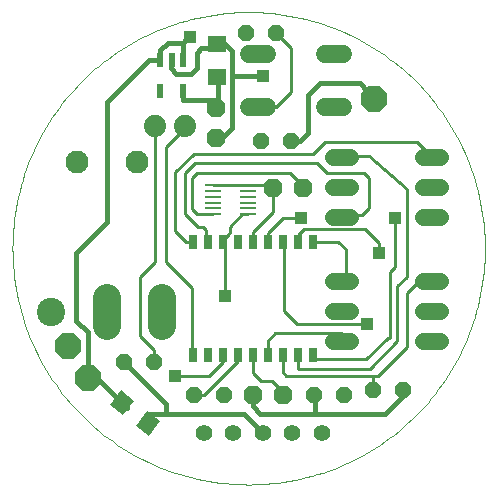
<source format=gtl>
G75*
%MOIN*%
%OFA0B0*%
%FSLAX25Y25*%
%IPPOS*%
%LPD*%
%AMOC8*
5,1,8,0,0,1.08239X$1,22.5*
%
%ADD10C,0.00394*%
%ADD11OC8,0.06300*%
%ADD12R,0.06299X0.05512*%
%ADD13R,0.03000X0.04500*%
%ADD14C,0.07400*%
%ADD15OC8,0.08500*%
%ADD16OC8,0.05200*%
%ADD17C,0.05600*%
%ADD18C,0.09449*%
%ADD19C,0.09449*%
%ADD20C,0.07677*%
%ADD21R,0.05512X0.01063*%
%ADD22R,0.02165X0.04724*%
%ADD23C,0.06000*%
%ADD24C,0.05543*%
%ADD25C,0.01000*%
%ADD26R,0.03962X0.03962*%
%ADD27C,0.01600*%
D10*
X0001197Y0079937D02*
X0001221Y0081869D01*
X0001292Y0083801D01*
X0001410Y0085729D01*
X0001576Y0087655D01*
X0001789Y0089576D01*
X0002049Y0091491D01*
X0002356Y0093399D01*
X0002710Y0095298D01*
X0003110Y0097189D01*
X0003557Y0099069D01*
X0004049Y0100938D01*
X0004588Y0102794D01*
X0005171Y0104636D01*
X0005800Y0106464D01*
X0006473Y0108275D01*
X0007191Y0110069D01*
X0007952Y0111846D01*
X0008757Y0113603D01*
X0009605Y0115339D01*
X0010495Y0117055D01*
X0011426Y0118748D01*
X0012399Y0120417D01*
X0013413Y0122063D01*
X0014467Y0123683D01*
X0015560Y0125276D01*
X0016692Y0126842D01*
X0017863Y0128380D01*
X0019070Y0129889D01*
X0020314Y0131368D01*
X0021595Y0132816D01*
X0022910Y0134231D01*
X0024259Y0135615D01*
X0025643Y0136964D01*
X0027058Y0138279D01*
X0028506Y0139560D01*
X0029985Y0140804D01*
X0031494Y0142011D01*
X0033032Y0143182D01*
X0034598Y0144314D01*
X0036191Y0145407D01*
X0037811Y0146461D01*
X0039457Y0147475D01*
X0041126Y0148448D01*
X0042819Y0149379D01*
X0044535Y0150269D01*
X0046271Y0151117D01*
X0048028Y0151922D01*
X0049805Y0152683D01*
X0051599Y0153401D01*
X0053410Y0154074D01*
X0055238Y0154703D01*
X0057080Y0155286D01*
X0058936Y0155825D01*
X0060805Y0156317D01*
X0062685Y0156764D01*
X0064576Y0157164D01*
X0066475Y0157518D01*
X0068383Y0157825D01*
X0070298Y0158085D01*
X0072219Y0158298D01*
X0074145Y0158464D01*
X0076073Y0158582D01*
X0078005Y0158653D01*
X0079937Y0158677D01*
X0081869Y0158653D01*
X0083801Y0158582D01*
X0085729Y0158464D01*
X0087655Y0158298D01*
X0089576Y0158085D01*
X0091491Y0157825D01*
X0093399Y0157518D01*
X0095298Y0157164D01*
X0097189Y0156764D01*
X0099069Y0156317D01*
X0100938Y0155825D01*
X0102794Y0155286D01*
X0104636Y0154703D01*
X0106464Y0154074D01*
X0108275Y0153401D01*
X0110069Y0152683D01*
X0111846Y0151922D01*
X0113603Y0151117D01*
X0115339Y0150269D01*
X0117055Y0149379D01*
X0118748Y0148448D01*
X0120417Y0147475D01*
X0122063Y0146461D01*
X0123683Y0145407D01*
X0125276Y0144314D01*
X0126842Y0143182D01*
X0128380Y0142011D01*
X0129889Y0140804D01*
X0131368Y0139560D01*
X0132816Y0138279D01*
X0134231Y0136964D01*
X0135615Y0135615D01*
X0136964Y0134231D01*
X0138279Y0132816D01*
X0139560Y0131368D01*
X0140804Y0129889D01*
X0142011Y0128380D01*
X0143182Y0126842D01*
X0144314Y0125276D01*
X0145407Y0123683D01*
X0146461Y0122063D01*
X0147475Y0120417D01*
X0148448Y0118748D01*
X0149379Y0117055D01*
X0150269Y0115339D01*
X0151117Y0113603D01*
X0151922Y0111846D01*
X0152683Y0110069D01*
X0153401Y0108275D01*
X0154074Y0106464D01*
X0154703Y0104636D01*
X0155286Y0102794D01*
X0155825Y0100938D01*
X0156317Y0099069D01*
X0156764Y0097189D01*
X0157164Y0095298D01*
X0157518Y0093399D01*
X0157825Y0091491D01*
X0158085Y0089576D01*
X0158298Y0087655D01*
X0158464Y0085729D01*
X0158582Y0083801D01*
X0158653Y0081869D01*
X0158677Y0079937D01*
X0158653Y0078005D01*
X0158582Y0076073D01*
X0158464Y0074145D01*
X0158298Y0072219D01*
X0158085Y0070298D01*
X0157825Y0068383D01*
X0157518Y0066475D01*
X0157164Y0064576D01*
X0156764Y0062685D01*
X0156317Y0060805D01*
X0155825Y0058936D01*
X0155286Y0057080D01*
X0154703Y0055238D01*
X0154074Y0053410D01*
X0153401Y0051599D01*
X0152683Y0049805D01*
X0151922Y0048028D01*
X0151117Y0046271D01*
X0150269Y0044535D01*
X0149379Y0042819D01*
X0148448Y0041126D01*
X0147475Y0039457D01*
X0146461Y0037811D01*
X0145407Y0036191D01*
X0144314Y0034598D01*
X0143182Y0033032D01*
X0142011Y0031494D01*
X0140804Y0029985D01*
X0139560Y0028506D01*
X0138279Y0027058D01*
X0136964Y0025643D01*
X0135615Y0024259D01*
X0134231Y0022910D01*
X0132816Y0021595D01*
X0131368Y0020314D01*
X0129889Y0019070D01*
X0128380Y0017863D01*
X0126842Y0016692D01*
X0125276Y0015560D01*
X0123683Y0014467D01*
X0122063Y0013413D01*
X0120417Y0012399D01*
X0118748Y0011426D01*
X0117055Y0010495D01*
X0115339Y0009605D01*
X0113603Y0008757D01*
X0111846Y0007952D01*
X0110069Y0007191D01*
X0108275Y0006473D01*
X0106464Y0005800D01*
X0104636Y0005171D01*
X0102794Y0004588D01*
X0100938Y0004049D01*
X0099069Y0003557D01*
X0097189Y0003110D01*
X0095298Y0002710D01*
X0093399Y0002356D01*
X0091491Y0002049D01*
X0089576Y0001789D01*
X0087655Y0001576D01*
X0085729Y0001410D01*
X0083801Y0001292D01*
X0081869Y0001221D01*
X0079937Y0001197D01*
X0078005Y0001221D01*
X0076073Y0001292D01*
X0074145Y0001410D01*
X0072219Y0001576D01*
X0070298Y0001789D01*
X0068383Y0002049D01*
X0066475Y0002356D01*
X0064576Y0002710D01*
X0062685Y0003110D01*
X0060805Y0003557D01*
X0058936Y0004049D01*
X0057080Y0004588D01*
X0055238Y0005171D01*
X0053410Y0005800D01*
X0051599Y0006473D01*
X0049805Y0007191D01*
X0048028Y0007952D01*
X0046271Y0008757D01*
X0044535Y0009605D01*
X0042819Y0010495D01*
X0041126Y0011426D01*
X0039457Y0012399D01*
X0037811Y0013413D01*
X0036191Y0014467D01*
X0034598Y0015560D01*
X0033032Y0016692D01*
X0031494Y0017863D01*
X0029985Y0019070D01*
X0028506Y0020314D01*
X0027058Y0021595D01*
X0025643Y0022910D01*
X0024259Y0024259D01*
X0022910Y0025643D01*
X0021595Y0027058D01*
X0020314Y0028506D01*
X0019070Y0029985D01*
X0017863Y0031494D01*
X0016692Y0033032D01*
X0015560Y0034598D01*
X0014467Y0036191D01*
X0013413Y0037811D01*
X0012399Y0039457D01*
X0011426Y0041126D01*
X0010495Y0042819D01*
X0009605Y0044535D01*
X0008757Y0046271D01*
X0007952Y0048028D01*
X0007191Y0049805D01*
X0006473Y0051599D01*
X0005800Y0053410D01*
X0005171Y0055238D01*
X0004588Y0057080D01*
X0004049Y0058936D01*
X0003557Y0060805D01*
X0003110Y0062685D01*
X0002710Y0064576D01*
X0002356Y0066475D01*
X0002049Y0068383D01*
X0001789Y0070298D01*
X0001576Y0072219D01*
X0001410Y0074145D01*
X0001292Y0076073D01*
X0001221Y0078005D01*
X0001197Y0079937D01*
D11*
X0068913Y0116669D03*
X0068913Y0126669D03*
X0088205Y0100213D03*
X0098205Y0100213D03*
X0091433Y0031118D03*
X0081433Y0031118D03*
D12*
G36*
X0042296Y0020838D02*
X0046173Y0025800D01*
X0050516Y0022406D01*
X0046639Y0017444D01*
X0042296Y0020838D01*
G37*
G36*
X0033610Y0027625D02*
X0037487Y0032587D01*
X0041830Y0029193D01*
X0037953Y0024231D01*
X0033610Y0027625D01*
G37*
X0069386Y0137181D03*
X0069386Y0148205D03*
D13*
X0071315Y0082212D03*
X0076315Y0082212D03*
X0081315Y0082212D03*
X0086315Y0082212D03*
X0091315Y0082212D03*
X0096315Y0082212D03*
X0101315Y0082212D03*
X0066315Y0082212D03*
X0061315Y0082212D03*
X0061315Y0044512D03*
X0066315Y0044512D03*
X0071315Y0044512D03*
X0076315Y0044512D03*
X0081315Y0044512D03*
X0086315Y0044512D03*
X0091315Y0044512D03*
X0096315Y0044512D03*
X0101315Y0044512D03*
D14*
X0058638Y0120646D03*
X0048638Y0120646D03*
D15*
X0026276Y0036630D03*
X0019858Y0047535D03*
X0121748Y0129780D03*
D16*
X0093992Y0115764D03*
X0083992Y0115764D03*
X0079110Y0151827D03*
X0089110Y0151827D03*
X0048323Y0042142D03*
X0038323Y0042142D03*
X0061591Y0031118D03*
X0071591Y0031118D03*
X0101709Y0031118D03*
X0111709Y0031118D03*
X0121394Y0032693D03*
X0131394Y0032693D03*
D17*
X0138200Y0049071D02*
X0143800Y0049071D01*
X0143800Y0059071D02*
X0138200Y0059071D01*
X0138200Y0069071D02*
X0143800Y0069071D01*
X0143800Y0090409D02*
X0138200Y0090409D01*
X0138200Y0100409D02*
X0143800Y0100409D01*
X0143800Y0110409D02*
X0138200Y0110409D01*
X0113800Y0110409D02*
X0108200Y0110409D01*
X0108200Y0100409D02*
X0113800Y0100409D01*
X0113800Y0090409D02*
X0108200Y0090409D01*
X0108200Y0069071D02*
X0113800Y0069071D01*
X0113800Y0059071D02*
X0108200Y0059071D01*
X0108200Y0049071D02*
X0113800Y0049071D01*
D18*
X0014110Y0058677D03*
D19*
X0032614Y0063402D02*
X0032614Y0053953D01*
X0051118Y0053953D02*
X0051118Y0063402D01*
D20*
X0042614Y0108677D03*
X0022614Y0108677D03*
D21*
X0067969Y0101118D03*
X0067969Y0099150D03*
X0067969Y0097181D03*
X0067969Y0095213D03*
X0067969Y0093244D03*
X0067969Y0091276D03*
X0079780Y0091276D03*
X0079780Y0093244D03*
X0079780Y0095213D03*
X0079780Y0097181D03*
X0079780Y0099150D03*
X0079780Y0101118D03*
D22*
X0057969Y0132535D03*
X0050488Y0132535D03*
X0050488Y0142772D03*
X0054228Y0142772D03*
X0057969Y0142772D03*
D23*
X0079885Y0144743D02*
X0085885Y0144743D01*
X0085885Y0126943D02*
X0079885Y0126943D01*
X0105485Y0126943D02*
X0111485Y0126943D01*
X0111485Y0144743D02*
X0105485Y0144743D01*
D24*
X0104346Y0018520D03*
X0094504Y0018520D03*
X0084661Y0018520D03*
X0074819Y0018520D03*
X0064976Y0018520D03*
D25*
X0064976Y0031118D02*
X0061591Y0031118D01*
X0064976Y0031118D02*
X0076315Y0042457D01*
X0076315Y0044512D01*
X0075901Y0043057D01*
X0071315Y0041899D02*
X0071315Y0044512D01*
X0070501Y0043057D01*
X0071315Y0041899D02*
X0066833Y0037417D01*
X0057102Y0037417D01*
X0055528Y0037445D01*
X0048323Y0042142D02*
X0048323Y0046079D01*
X0043717Y0050685D01*
X0043717Y0070488D01*
X0048638Y0075409D01*
X0048638Y0120646D01*
X0054067Y0115370D02*
X0058638Y0119941D01*
X0058638Y0120646D01*
X0054067Y0115370D02*
X0052378Y0113681D01*
X0052378Y0075291D01*
X0056393Y0071276D01*
X0061039Y0066629D01*
X0061039Y0044512D01*
X0061315Y0044512D01*
X0081315Y0044512D02*
X0081315Y0038520D01*
X0083992Y0035843D01*
X0087726Y0035843D01*
X0091433Y0032136D01*
X0091433Y0031118D01*
X0092535Y0037417D02*
X0091315Y0038638D01*
X0091315Y0044512D01*
X0090961Y0044512D01*
X0087024Y0044512D02*
X0086315Y0044512D01*
X0086236Y0044512D01*
X0086236Y0049101D01*
X0088726Y0051591D01*
X0111000Y0051591D01*
X0111000Y0049071D01*
X0119307Y0054740D02*
X0095988Y0054740D01*
X0091748Y0058980D01*
X0091748Y0082212D01*
X0091315Y0082212D01*
X0096315Y0082212D02*
X0096472Y0082212D01*
X0096472Y0084476D01*
X0098233Y0086236D01*
X0118653Y0086236D01*
X0123244Y0081645D01*
X0123244Y0078362D01*
X0128756Y0073638D02*
X0127181Y0072063D01*
X0127181Y0050189D01*
X0126394Y0050189D01*
X0119134Y0042929D01*
X0101315Y0042929D01*
X0101315Y0044512D01*
X0096472Y0044512D02*
X0096472Y0039780D01*
X0120361Y0039780D01*
X0129543Y0048962D01*
X0129543Y0067339D01*
X0132693Y0070488D01*
X0132693Y0099589D01*
X0120062Y0110646D01*
X0111000Y0110646D01*
X0111000Y0110409D01*
X0105921Y0105134D02*
X0118334Y0105134D01*
X0120094Y0103373D01*
X0120094Y0093323D01*
X0117732Y0090961D01*
X0111000Y0090961D01*
X0111000Y0090409D01*
X0109813Y0082212D02*
X0112220Y0079805D01*
X0112220Y0068913D01*
X0111000Y0068913D01*
X0111000Y0069071D01*
X0109813Y0082212D02*
X0101315Y0082212D01*
X0097260Y0090173D02*
X0091518Y0090173D01*
X0086236Y0084891D01*
X0086236Y0082212D01*
X0086315Y0082212D01*
X0081512Y0082212D02*
X0081512Y0085449D01*
X0088205Y0092142D01*
X0088205Y0100213D01*
X0086630Y0101118D01*
X0079780Y0101118D01*
X0067969Y0101118D01*
X0062800Y0105134D02*
X0061039Y0103373D01*
X0061039Y0092928D01*
X0062680Y0091287D01*
X0067969Y0091287D01*
X0067969Y0091276D01*
X0064650Y0087024D02*
X0062917Y0087024D01*
X0058677Y0091264D01*
X0058677Y0104943D01*
X0062018Y0108283D01*
X0102772Y0108283D01*
X0103559Y0107496D01*
X0105921Y0105134D01*
X0101383Y0111433D02*
X0105320Y0115370D01*
X0136039Y0115370D01*
X0141000Y0110409D01*
X0128756Y0090173D02*
X0128756Y0073638D01*
X0136708Y0068913D02*
X0132693Y0064898D01*
X0132693Y0047029D01*
X0123081Y0037417D01*
X0121394Y0037417D01*
X0092535Y0037417D01*
X0096315Y0044512D02*
X0096472Y0044512D01*
X0121394Y0037417D02*
X0121394Y0032693D01*
X0136708Y0068913D02*
X0141000Y0068913D01*
X0141000Y0069071D01*
X0101383Y0111433D02*
X0061677Y0111433D01*
X0055528Y0105283D01*
X0055528Y0085773D01*
X0059089Y0082212D01*
X0061315Y0082212D01*
X0065764Y0085910D02*
X0064650Y0087024D01*
X0065764Y0085910D02*
X0065764Y0082212D01*
X0066315Y0082212D01*
X0070501Y0081757D02*
X0072063Y0081757D01*
X0072063Y0064189D01*
X0070501Y0081757D02*
X0071315Y0082212D01*
X0073638Y0085449D01*
X0073638Y0087082D01*
X0077831Y0091276D01*
X0079780Y0091276D01*
X0081315Y0082212D02*
X0081512Y0082212D01*
X0096472Y0097850D02*
X0096472Y0102295D01*
X0093633Y0105134D01*
X0062800Y0105134D01*
X0082885Y0126943D02*
X0089147Y0126943D01*
X0094110Y0131906D01*
X0094110Y0146827D01*
X0089110Y0151827D01*
X0098205Y0100213D02*
X0096472Y0097850D01*
D26*
X0097260Y0090173D03*
X0072063Y0064189D03*
X0055528Y0037445D03*
X0119307Y0054740D03*
X0123244Y0078362D03*
X0128756Y0090173D03*
X0084661Y0137417D03*
X0060252Y0150252D03*
D27*
X0060252Y0150016D01*
X0059465Y0150016D01*
X0057890Y0148441D01*
X0057890Y0142772D01*
X0057969Y0142772D01*
X0053953Y0139965D02*
X0055713Y0138205D01*
X0060853Y0138205D01*
X0062614Y0139965D01*
X0062614Y0145038D01*
X0064207Y0146630D01*
X0069386Y0146630D01*
X0069386Y0148205D01*
X0069386Y0148441D01*
X0071586Y0148441D01*
X0074425Y0145602D01*
X0074425Y0137417D01*
X0084661Y0137417D01*
X0074425Y0137417D02*
X0074425Y0120210D01*
X0070884Y0116669D01*
X0068913Y0116669D01*
X0068913Y0126669D02*
X0069701Y0129543D01*
X0057890Y0129543D01*
X0057890Y0132535D01*
X0057969Y0132535D01*
X0053953Y0139965D02*
X0053953Y0142772D01*
X0054228Y0142772D01*
X0050488Y0142772D02*
X0050488Y0145981D01*
X0052948Y0148441D01*
X0057890Y0148441D01*
X0050488Y0142772D02*
X0046721Y0142772D01*
X0032693Y0128744D01*
X0032693Y0088740D01*
X0022457Y0078504D01*
X0022457Y0055784D01*
X0026276Y0051965D01*
X0026276Y0036630D01*
X0029499Y0036630D01*
X0037720Y0028409D01*
X0039221Y0026834D01*
X0046406Y0024819D02*
X0046406Y0021622D01*
X0046406Y0024819D02*
X0052378Y0024819D01*
X0052378Y0028087D01*
X0038323Y0042142D01*
X0052378Y0024819D02*
X0078362Y0024819D01*
X0084661Y0018520D01*
X0083874Y0024819D02*
X0081433Y0027260D01*
X0081433Y0031118D01*
X0083874Y0024819D02*
X0101984Y0024819D01*
X0101984Y0031118D01*
X0101709Y0031118D01*
X0101984Y0024819D02*
X0125484Y0024819D01*
X0131394Y0030728D01*
X0131394Y0032693D01*
X0097101Y0115764D02*
X0093992Y0115764D01*
X0097101Y0115764D02*
X0099622Y0118285D01*
X0099622Y0131118D01*
X0103559Y0135055D01*
X0117024Y0135055D01*
X0121748Y0129780D01*
X0071512Y0148205D02*
X0069386Y0148205D01*
X0069386Y0137181D02*
X0069701Y0137181D01*
X0069701Y0129543D01*
M02*

</source>
